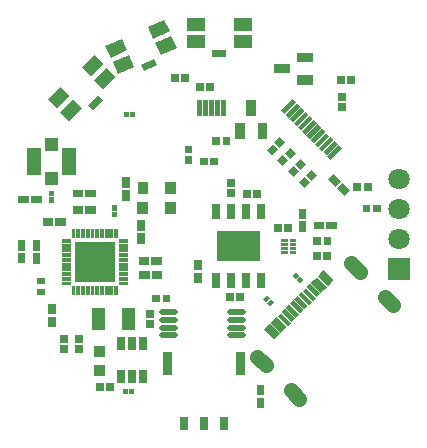
<source format=gbs>
G04 Layer: BottomSolderMaskLayer*
G04 EasyEDA v6.5.5, 2022-05-23 17:46:57*
G04 b170b76dcbfd4e769ccdd405e25ecab7,c17a8ced473b4d519dda31697e0e54b6,10*
G04 Gerber Generator version 0.2*
G04 Scale: 100 percent, Rotated: No, Reflected: No *
G04 Dimensions in inches *
G04 leading zeros omitted , absolute positions ,3 integer and 6 decimal *
%FSLAX36Y36*%
%MOIN*%

%ADD87C,0.0512*%
%ADD95C,0.0709*%
%ADD109C,0.0197*%

%LPD*%
D109*
X79997Y-191970D02*
G01*
X123303Y-191970D01*
X79997Y-166370D02*
G01*
X123303Y-166370D01*
X79997Y-140770D02*
G01*
X123303Y-140770D01*
X79997Y-115170D02*
G01*
X123303Y-115170D01*
X308335Y-191970D02*
G01*
X351643Y-191970D01*
X308335Y-166370D02*
G01*
X351643Y-166370D01*
X308335Y-140770D02*
G01*
X351643Y-140770D01*
X308335Y-115170D02*
G01*
X351643Y-115170D01*
D87*
X711791Y48558D02*
G01*
X739629Y20720D01*
X823140Y-62801D02*
G01*
X850978Y-90639D01*
X398881Y-264341D02*
G01*
X426719Y-292179D01*
X510240Y-375701D02*
G01*
X538078Y-403539D01*
G36*
X420Y280729D02*
G01*
X420Y320129D01*
X35820Y320129D01*
X35820Y280729D01*
G37*
G36*
X91719Y278829D02*
G01*
X91719Y318229D01*
X127120Y318229D01*
X127120Y278829D01*
G37*
G36*
X92520Y212429D02*
G01*
X92520Y251829D01*
X127920Y251829D01*
X127920Y212429D01*
G37*
G36*
X-1080Y212129D02*
G01*
X-1080Y251529D01*
X34319Y251529D01*
X34319Y212129D01*
G37*
G36*
X490119Y546729D02*
G01*
X478919Y557829D01*
X516520Y595429D01*
X527719Y584229D01*
G37*
G36*
X504020Y532729D02*
G01*
X492920Y543929D01*
X530420Y581529D01*
X541620Y570329D01*
G37*
G36*
X517920Y518829D02*
G01*
X506819Y530029D01*
X544420Y567529D01*
X555519Y556429D01*
G37*
G36*
X531819Y504929D02*
G01*
X520720Y516029D01*
X558320Y553629D01*
X569420Y542529D01*
G37*
G36*
X545820Y491029D02*
G01*
X534620Y502129D01*
X572219Y539729D01*
X583320Y528629D01*
G37*
G36*
X559719Y477129D02*
G01*
X548519Y488229D01*
X586120Y525829D01*
X597319Y514629D01*
G37*
G36*
X573620Y463129D02*
G01*
X562520Y474329D01*
X600020Y511929D01*
X611220Y500729D01*
G37*
G36*
X587520Y449229D02*
G01*
X576419Y460429D01*
X614020Y497929D01*
X625119Y486829D01*
G37*
G36*
X601419Y435329D02*
G01*
X590320Y446429D01*
X627920Y484029D01*
X639020Y472929D01*
G37*
G36*
X615420Y421429D02*
G01*
X604219Y432529D01*
X641819Y470129D01*
X652920Y459029D01*
G37*
G36*
X629319Y407529D02*
G01*
X618119Y418629D01*
X655720Y456229D01*
X666920Y445029D01*
G37*
G36*
X643220Y393529D02*
G01*
X632120Y404729D01*
X669620Y442329D01*
X680820Y431129D01*
G37*
G36*
X279120Y538529D02*
G01*
X279120Y593729D01*
X294920Y593729D01*
X294920Y538529D01*
G37*
G36*
X259120Y538529D02*
G01*
X259120Y593729D01*
X274920Y593729D01*
X274920Y538529D01*
G37*
G36*
X239120Y538529D02*
G01*
X239120Y593729D01*
X254920Y593729D01*
X254920Y538529D01*
G37*
G36*
X219120Y538529D02*
G01*
X219120Y593729D01*
X234920Y593729D01*
X234920Y538529D01*
G37*
G36*
X199120Y538529D02*
G01*
X199120Y593729D01*
X214920Y593729D01*
X214920Y538529D01*
G37*
G36*
X-208479Y-216970D02*
G01*
X-208479Y-190670D01*
X-183280Y-190670D01*
X-183280Y-216970D01*
G37*
G36*
X-208479Y-251070D02*
G01*
X-208479Y-224770D01*
X-183280Y-224770D01*
X-183280Y-251070D01*
G37*
G36*
X-258280Y-250070D02*
G01*
X-258280Y-223770D01*
X-233079Y-223770D01*
X-233079Y-250070D01*
G37*
G36*
X-258280Y-215970D02*
G01*
X-258280Y-189670D01*
X-233079Y-189670D01*
X-233079Y-215970D01*
G37*
G36*
X541620Y-18370D02*
G01*
X530320Y-7070D01*
X542219Y4729D01*
X553519Y-6570D01*
G37*
G36*
X528220Y-4970D02*
G01*
X516920Y6329D01*
X528720Y18229D01*
X540020Y6929D01*
G37*
G36*
X428720Y-82070D02*
G01*
X417420Y-70770D01*
X429219Y-58870D01*
X440519Y-70170D01*
G37*
G36*
X442120Y-95470D02*
G01*
X430820Y-84170D01*
X442719Y-72370D01*
X454020Y-83670D01*
G37*
G36*
X140320Y-506270D02*
G01*
X140320Y-462870D01*
X167920Y-462870D01*
X167920Y-506270D01*
G37*
G36*
X207219Y-506270D02*
G01*
X207219Y-462870D01*
X234819Y-462870D01*
X234819Y-506270D01*
G37*
G36*
X274120Y-506270D02*
G01*
X274120Y-462870D01*
X301719Y-462870D01*
X301719Y-506270D01*
G37*
G36*
X84219Y-323170D02*
G01*
X84219Y-248270D01*
X115720Y-248270D01*
X115720Y-323170D01*
G37*
G36*
X326319Y-323170D02*
G01*
X326319Y-248270D01*
X357820Y-248270D01*
X357820Y-323170D01*
G37*
G36*
X27520Y-167670D02*
G01*
X27520Y-141370D01*
X52719Y-141370D01*
X52719Y-167670D01*
G37*
G36*
X27520Y-133570D02*
G01*
X27520Y-107370D01*
X52719Y-107370D01*
X52719Y-133570D01*
G37*
G36*
X-154080Y-173270D02*
G01*
X-154080Y-102270D01*
X-108680Y-102270D01*
X-108680Y-173270D01*
G37*
G36*
X-53680Y-173270D02*
G01*
X-53680Y-102270D01*
X-8280Y-102270D01*
X-8280Y-173270D01*
G37*
G36*
X619319Y-41070D02*
G01*
X585919Y-7670D01*
X597020Y3529D01*
X630519Y-29970D01*
G37*
G36*
X611019Y-49470D02*
G01*
X577520Y-15970D01*
X588720Y-4870D01*
X622120Y-38270D01*
G37*
G36*
X597020Y-63370D02*
G01*
X563620Y-29970D01*
X574819Y-18770D01*
X608220Y-52170D01*
G37*
G36*
X583119Y-77270D02*
G01*
X549719Y-43870D01*
X560919Y-32670D01*
X594319Y-66070D01*
G37*
G36*
X569219Y-91170D02*
G01*
X535820Y-57770D01*
X547020Y-46570D01*
X580420Y-79970D01*
G37*
G36*
X555320Y-105070D02*
G01*
X521920Y-71670D01*
X533019Y-60470D01*
X566520Y-93970D01*
G37*
G36*
X541419Y-119070D02*
G01*
X507920Y-85570D01*
X519120Y-74470D01*
X552619Y-107870D01*
G37*
G36*
X527520Y-132970D02*
G01*
X494020Y-99570D01*
X505219Y-88370D01*
X538620Y-121770D01*
G37*
G36*
X513519Y-146870D02*
G01*
X480119Y-113470D01*
X491319Y-102270D01*
X524719Y-135770D01*
G37*
G36*
X499620Y-160870D02*
G01*
X466220Y-127370D01*
X477319Y-116170D01*
X510820Y-149670D01*
G37*
G36*
X485720Y-174770D02*
G01*
X452219Y-141270D01*
X463519Y-130070D01*
X496920Y-163470D01*
G37*
G36*
X477319Y-183070D02*
G01*
X443919Y-149670D01*
X455119Y-138470D01*
X488519Y-171970D01*
G37*
G36*
X633220Y-27170D02*
G01*
X599819Y6229D01*
X611019Y17429D01*
X644420Y-15970D01*
G37*
G36*
X641620Y-18870D02*
G01*
X608119Y14629D01*
X619319Y25729D01*
X652820Y-7670D01*
G37*
G36*
X463519Y-196970D02*
G01*
X430020Y-163470D01*
X441220Y-152370D01*
X474620Y-185770D01*
G37*
G36*
X455020Y-205370D02*
G01*
X421620Y-171970D01*
X432820Y-160670D01*
X466319Y-194170D01*
G37*
G36*
X327719Y-76970D02*
G01*
X327719Y-51670D01*
X354020Y-51670D01*
X354020Y-76970D01*
G37*
G36*
X293620Y-76970D02*
G01*
X293620Y-51670D01*
X319920Y-51670D01*
X319920Y-76970D01*
G37*
G36*
X-1180Y113529D02*
G01*
X-1180Y148629D01*
X24020Y148629D01*
X24020Y113529D01*
G37*
G36*
X-1180Y156429D02*
G01*
X-1180Y191529D01*
X24020Y191529D01*
X24020Y156429D01*
G37*
G36*
X399819Y461629D02*
G01*
X399819Y514829D01*
X431419Y514829D01*
X431419Y461629D01*
G37*
G36*
X325020Y461629D02*
G01*
X325020Y514829D01*
X356620Y514829D01*
X356620Y461629D01*
G37*
G36*
X362420Y540429D02*
G01*
X362420Y593629D01*
X394020Y593629D01*
X394020Y540429D01*
G37*
G36*
X156620Y414229D02*
G01*
X156620Y440529D01*
X181819Y440529D01*
X181819Y414229D01*
G37*
G36*
X156620Y380129D02*
G01*
X156620Y406429D01*
X181819Y406429D01*
X181819Y380129D01*
G37*
G36*
X206819Y374529D02*
G01*
X206819Y399729D01*
X233119Y399729D01*
X233119Y374529D01*
G37*
G36*
X240919Y374529D02*
G01*
X240919Y399729D01*
X267219Y399729D01*
X267219Y374529D01*
G37*
G36*
X554920Y299929D02*
G01*
X537319Y318029D01*
X556220Y336329D01*
X573819Y318129D01*
G37*
G36*
X579420Y323529D02*
G01*
X561819Y341729D01*
X580720Y359929D01*
X598320Y341829D01*
G37*
G36*
X-28479Y-387770D02*
G01*
X-28479Y-371070D01*
X-12479Y-371070D01*
X-12479Y-387770D01*
G37*
G36*
X-47479Y-387770D02*
G01*
X-47479Y-371070D01*
X-31580Y-371070D01*
X-31580Y-387770D01*
G37*
G36*
X658819Y303429D02*
G01*
X635320Y329529D01*
X654120Y346429D01*
X677619Y320329D01*
G37*
G36*
X687520Y271529D02*
G01*
X664020Y297629D01*
X682820Y314529D01*
X706319Y288429D01*
G37*
G36*
X187619Y-18170D02*
G01*
X187619Y16929D01*
X212820Y16929D01*
X212820Y-18170D01*
G37*
G36*
X187619Y24729D02*
G01*
X187619Y59829D01*
X212820Y59829D01*
X212820Y24729D01*
G37*
G36*
X-217079Y214129D02*
G01*
X-217079Y239329D01*
X-181980Y239329D01*
X-181980Y214129D01*
G37*
G36*
X-174179Y214129D02*
G01*
X-174179Y239329D01*
X-139080Y239329D01*
X-139080Y214129D01*
G37*
G36*
X-317079Y174129D02*
G01*
X-317079Y199329D01*
X-281980Y199329D01*
X-281980Y174129D01*
G37*
G36*
X-274179Y174129D02*
G01*
X-274179Y199329D01*
X-239080Y199329D01*
X-239080Y174129D01*
G37*
G36*
X-349380Y90329D02*
G01*
X-349380Y125429D01*
X-324179Y125429D01*
X-324179Y90329D01*
G37*
G36*
X-349380Y47429D02*
G01*
X-349380Y82529D01*
X-324179Y82529D01*
X-324179Y47429D01*
G37*
G36*
X-51279Y256329D02*
G01*
X-51279Y291429D01*
X-26080Y291429D01*
X-26080Y256329D01*
G37*
G36*
X-51279Y299229D02*
G01*
X-51279Y334329D01*
X-26080Y334329D01*
X-26080Y299229D01*
G37*
G36*
X-298180Y-121370D02*
G01*
X-298180Y-86270D01*
X-272979Y-86270D01*
X-272979Y-121370D01*
G37*
G36*
X-298180Y-164270D02*
G01*
X-298180Y-129170D01*
X-272979Y-129170D01*
X-272979Y-164270D01*
G37*
G36*
X395919Y-391370D02*
G01*
X395919Y-356270D01*
X421120Y-356270D01*
X421120Y-391370D01*
G37*
G36*
X395919Y-434270D02*
G01*
X395919Y-399170D01*
X421120Y-399170D01*
X421120Y-434270D01*
G37*
G36*
X2920Y44129D02*
G01*
X2920Y69329D01*
X38019Y69329D01*
X38019Y44129D01*
G37*
G36*
X45820Y44129D02*
G01*
X45820Y69329D01*
X80919Y69329D01*
X80919Y44129D01*
G37*
G36*
X4319Y-4170D02*
G01*
X4319Y21029D01*
X39420Y21029D01*
X39420Y-4170D01*
G37*
G36*
X47219Y-4170D02*
G01*
X47219Y21029D01*
X82319Y21029D01*
X82319Y-4170D01*
G37*
G36*
X-85579Y202029D02*
G01*
X-85579Y220529D01*
X-68779Y220529D01*
X-68779Y202029D01*
G37*
G36*
X-85579Y223629D02*
G01*
X-85579Y242129D01*
X-68779Y242129D01*
X-68779Y223629D01*
G37*
G36*
X-105079Y-377270D02*
G01*
X-105079Y-351970D01*
X-78779Y-351970D01*
X-78779Y-377270D01*
G37*
G36*
X-139179Y-377270D02*
G01*
X-139179Y-351970D01*
X-112879Y-351970D01*
X-112879Y-377270D01*
G37*
G36*
X-335879Y-55870D02*
G01*
X-335879Y-36070D01*
X-310280Y-36070D01*
X-310280Y-55870D01*
G37*
G36*
X-335879Y-20470D02*
G01*
X-335879Y-670D01*
X-310280Y-670D01*
X-310280Y-20470D01*
G37*
G36*
X-144880Y-263570D02*
G01*
X-144880Y-228070D01*
X-109380Y-228070D01*
X-109380Y-263570D01*
G37*
G36*
X-145180Y-326470D02*
G01*
X-145180Y-290970D01*
X-109679Y-290970D01*
X-109679Y-326470D01*
G37*
G36*
X298819Y302929D02*
G01*
X298819Y329229D01*
X324020Y329229D01*
X324020Y302929D01*
G37*
G36*
X298819Y268829D02*
G01*
X298819Y295129D01*
X324020Y295129D01*
X324020Y268829D01*
G37*
G36*
X384319Y265829D02*
G01*
X384319Y291029D01*
X410619Y291029D01*
X410619Y265829D01*
G37*
G36*
X350219Y265829D02*
G01*
X350219Y291029D01*
X376520Y291029D01*
X376520Y265829D01*
G37*
G36*
X749420Y218129D02*
G01*
X749420Y243429D01*
X775720Y243429D01*
X775720Y218129D01*
G37*
G36*
X783519Y218129D02*
G01*
X783519Y243429D01*
X809819Y243429D01*
X809819Y218129D01*
G37*
G36*
X-252680Y341429D02*
G01*
X-252680Y432029D01*
X-205379Y432029D01*
X-205379Y341429D01*
G37*
G36*
X-310780Y421129D02*
G01*
X-310780Y464529D01*
X-265379Y464529D01*
X-265379Y421129D01*
G37*
G36*
X-370780Y341429D02*
G01*
X-370780Y432029D01*
X-323479Y432029D01*
X-323479Y341429D01*
G37*
G36*
X-310780Y308929D02*
G01*
X-310780Y352329D01*
X-265379Y352329D01*
X-265379Y308929D01*
G37*
G36*
X-63379Y116229D02*
G01*
X-63379Y129029D01*
X-33180Y129029D01*
X-33180Y116229D01*
G37*
G36*
X-63379Y100429D02*
G01*
X-63379Y113229D01*
X-33180Y113229D01*
X-33180Y100429D01*
G37*
G36*
X-63379Y84729D02*
G01*
X-63379Y97529D01*
X-33180Y97529D01*
X-33180Y84729D01*
G37*
G36*
X-63379Y68929D02*
G01*
X-63379Y81729D01*
X-33180Y81729D01*
X-33180Y68929D01*
G37*
G36*
X-63379Y53229D02*
G01*
X-63379Y66029D01*
X-33180Y66029D01*
X-33180Y53229D01*
G37*
G36*
X-63379Y37429D02*
G01*
X-63379Y50229D01*
X-33180Y50229D01*
X-33180Y37429D01*
G37*
G36*
X-63379Y21729D02*
G01*
X-63379Y34529D01*
X-33180Y34529D01*
X-33180Y21729D01*
G37*
G36*
X-63379Y5929D02*
G01*
X-63379Y18729D01*
X-33180Y18729D01*
X-33180Y5929D01*
G37*
G36*
X-63379Y-9770D02*
G01*
X-63379Y3029D01*
X-33180Y3029D01*
X-33180Y-9770D01*
G37*
G36*
X-63379Y-25570D02*
G01*
X-63379Y-12770D01*
X-33180Y-12770D01*
X-33180Y-25570D01*
G37*
G36*
X-78580Y-58170D02*
G01*
X-78580Y-27970D01*
X-65780Y-27970D01*
X-65780Y-58170D01*
G37*
G36*
X-94380Y-58170D02*
G01*
X-94380Y-27970D01*
X-81580Y-27970D01*
X-81580Y-58170D01*
G37*
G36*
X-110079Y-58170D02*
G01*
X-110079Y-27970D01*
X-97280Y-27970D01*
X-97280Y-58170D01*
G37*
G36*
X-125879Y-58170D02*
G01*
X-125879Y-27970D01*
X-113079Y-27970D01*
X-113079Y-58170D01*
G37*
G36*
X-141580Y-58170D02*
G01*
X-141580Y-27970D01*
X-128779Y-27970D01*
X-128779Y-58170D01*
G37*
G36*
X-157380Y-58170D02*
G01*
X-157380Y-27970D01*
X-144579Y-27970D01*
X-144579Y-58170D01*
G37*
G36*
X-173079Y-58170D02*
G01*
X-173079Y-27970D01*
X-160280Y-27970D01*
X-160280Y-58170D01*
G37*
G36*
X-188879Y-58170D02*
G01*
X-188879Y-27970D01*
X-176080Y-27970D01*
X-176080Y-58170D01*
G37*
G36*
X-204579Y-58170D02*
G01*
X-204579Y-27970D01*
X-191779Y-27970D01*
X-191779Y-58170D01*
G37*
G36*
X-220379Y-58170D02*
G01*
X-220379Y-27970D01*
X-207579Y-27970D01*
X-207579Y-58170D01*
G37*
G36*
X-252979Y-25570D02*
G01*
X-252979Y-12770D01*
X-222780Y-12770D01*
X-222780Y-25570D01*
G37*
G36*
X-252979Y-9770D02*
G01*
X-252979Y3029D01*
X-222780Y3029D01*
X-222780Y-9770D01*
G37*
G36*
X-252979Y5929D02*
G01*
X-252979Y18729D01*
X-222780Y18729D01*
X-222780Y5929D01*
G37*
G36*
X-252979Y21729D02*
G01*
X-252979Y34529D01*
X-222780Y34529D01*
X-222780Y21729D01*
G37*
G36*
X-252979Y37429D02*
G01*
X-252979Y50229D01*
X-222780Y50229D01*
X-222780Y37429D01*
G37*
G36*
X-252979Y53229D02*
G01*
X-252979Y66029D01*
X-222780Y66029D01*
X-222780Y53229D01*
G37*
G36*
X-252979Y68929D02*
G01*
X-252979Y81729D01*
X-222780Y81729D01*
X-222780Y68929D01*
G37*
G36*
X-252979Y84729D02*
G01*
X-252979Y97529D01*
X-222780Y97529D01*
X-222780Y84729D01*
G37*
G36*
X-252979Y100429D02*
G01*
X-252979Y113229D01*
X-222780Y113229D01*
X-222780Y100429D01*
G37*
G36*
X-252979Y116229D02*
G01*
X-252979Y129029D01*
X-222780Y129029D01*
X-222780Y116229D01*
G37*
G36*
X-220379Y131429D02*
G01*
X-220379Y161629D01*
X-207579Y161629D01*
X-207579Y131429D01*
G37*
G36*
X-204579Y131429D02*
G01*
X-204579Y161629D01*
X-191779Y161629D01*
X-191779Y131429D01*
G37*
G36*
X-188879Y131429D02*
G01*
X-188879Y161629D01*
X-176080Y161629D01*
X-176080Y131429D01*
G37*
G36*
X-173079Y131429D02*
G01*
X-173079Y161629D01*
X-160280Y161629D01*
X-160280Y131429D01*
G37*
G36*
X-157380Y131429D02*
G01*
X-157380Y161629D01*
X-144579Y161629D01*
X-144579Y131429D01*
G37*
G36*
X-141580Y131429D02*
G01*
X-141580Y161629D01*
X-128779Y161629D01*
X-128779Y131429D01*
G37*
G36*
X-125879Y131429D02*
G01*
X-125879Y161629D01*
X-113079Y161629D01*
X-113079Y131429D01*
G37*
G36*
X-110079Y131429D02*
G01*
X-110079Y161629D01*
X-97280Y161629D01*
X-97280Y131429D01*
G37*
G36*
X-94380Y131429D02*
G01*
X-94380Y161629D01*
X-81580Y161629D01*
X-81580Y131429D01*
G37*
G36*
X-78580Y131429D02*
G01*
X-78580Y161629D01*
X-65780Y161629D01*
X-65780Y131429D01*
G37*
G36*
X-210579Y-15770D02*
G01*
X-210579Y119229D01*
X-75579Y119229D01*
X-75579Y-15770D01*
G37*
G36*
X5820Y-241570D02*
G01*
X5820Y-198170D01*
X31419Y-198170D01*
X31419Y-241570D01*
G37*
G36*
X-31580Y-241570D02*
G01*
X-31580Y-198170D01*
X-5979Y-198170D01*
X-5979Y-241570D01*
G37*
G36*
X-68980Y-241570D02*
G01*
X-68980Y-198170D01*
X-43379Y-198170D01*
X-43379Y-241570D01*
G37*
G36*
X-68980Y-351770D02*
G01*
X-68980Y-308370D01*
X-43379Y-308370D01*
X-43379Y-351770D01*
G37*
G36*
X-31580Y-351770D02*
G01*
X-31580Y-308370D01*
X-5979Y-308370D01*
X-5979Y-351770D01*
G37*
G36*
X5820Y-351770D02*
G01*
X5820Y-308370D01*
X31419Y-308370D01*
X31419Y-351770D01*
G37*
G36*
X-217079Y268029D02*
G01*
X-217079Y293329D01*
X-181980Y293329D01*
X-181980Y268029D01*
G37*
G36*
X-174179Y268029D02*
G01*
X-174179Y293329D01*
X-139080Y293329D01*
X-139080Y268029D01*
G37*
G36*
X-399579Y90629D02*
G01*
X-399579Y125729D01*
X-374380Y125729D01*
X-374380Y90629D01*
G37*
G36*
X-399579Y47729D02*
G01*
X-399579Y82829D01*
X-374380Y82829D01*
X-374380Y47729D01*
G37*
G36*
X-296480Y272229D02*
G01*
X-296480Y290729D01*
X-279679Y290729D01*
X-279679Y272229D01*
G37*
G36*
X-296480Y250729D02*
G01*
X-296480Y269229D01*
X-279679Y269229D01*
X-279679Y250729D01*
G37*
G36*
X246620Y194929D02*
G01*
X246620Y246129D01*
X274219Y246129D01*
X274219Y194929D01*
G37*
G36*
X296620Y194929D02*
G01*
X296620Y246129D01*
X324219Y246129D01*
X324219Y194929D01*
G37*
G36*
X346620Y194929D02*
G01*
X346620Y246129D01*
X374219Y246129D01*
X374219Y194929D01*
G37*
G36*
X396620Y194929D02*
G01*
X396620Y246129D01*
X424219Y246129D01*
X424219Y194929D01*
G37*
G36*
X396620Y-34070D02*
G01*
X396620Y17129D01*
X424219Y17129D01*
X424219Y-34070D01*
G37*
G36*
X346620Y-34070D02*
G01*
X346620Y17129D01*
X374219Y17129D01*
X374219Y-34070D01*
G37*
G36*
X296620Y-34070D02*
G01*
X296620Y17129D01*
X324219Y17129D01*
X324219Y-34070D01*
G37*
G36*
X246620Y-34070D02*
G01*
X246620Y17129D01*
X274219Y17129D01*
X274219Y-34070D01*
G37*
G36*
X264520Y54829D02*
G01*
X264520Y157229D01*
X406319Y157229D01*
X406319Y54829D01*
G37*
G36*
X473019Y432929D02*
G01*
X455420Y451129D01*
X474319Y469329D01*
X491920Y451229D01*
G37*
G36*
X448519Y409329D02*
G01*
X430919Y427429D01*
X449819Y445729D01*
X467420Y427529D01*
G37*
G36*
X-397579Y247829D02*
G01*
X-397579Y273129D01*
X-362479Y273129D01*
X-362479Y247829D01*
G37*
G36*
X-354679Y247829D02*
G01*
X-354679Y273129D01*
X-319579Y273129D01*
X-319579Y247829D01*
G37*
G36*
X543320Y360429D02*
G01*
X525720Y378629D01*
X544620Y396829D01*
X562219Y378729D01*
G37*
G36*
X518819Y336829D02*
G01*
X501220Y354929D01*
X520119Y373229D01*
X537719Y355029D01*
G37*
G36*
X507920Y396729D02*
G01*
X490320Y414929D01*
X509219Y433129D01*
X526819Y415029D01*
G37*
G36*
X483419Y373129D02*
G01*
X465820Y391229D01*
X484719Y409529D01*
X502319Y391329D01*
G37*
G36*
X282820Y443329D02*
G01*
X282820Y468629D01*
X309120Y468629D01*
X309120Y443329D01*
G37*
G36*
X248720Y443329D02*
G01*
X248720Y468629D01*
X275020Y468629D01*
X275020Y443329D01*
G37*
G36*
X-65979Y679629D02*
G01*
X-83680Y719229D01*
X-29679Y743329D01*
X-11980Y703729D01*
G37*
G36*
X76019Y742929D02*
G01*
X58419Y782529D01*
X112420Y806529D01*
X130020Y766929D01*
G37*
G36*
X21620Y688529D02*
G01*
X12020Y710129D01*
X55219Y729329D01*
X64819Y707729D01*
G37*
G36*
X52020Y796829D02*
G01*
X34420Y836429D01*
X88419Y860529D01*
X106019Y820929D01*
G37*
G36*
X-90079Y733629D02*
G01*
X-107680Y773229D01*
X-53680Y797229D01*
X-35979Y757629D01*
G37*
G36*
X110320Y653629D02*
G01*
X110320Y678929D01*
X136620Y678929D01*
X136620Y653629D01*
G37*
G36*
X144420Y653629D02*
G01*
X144420Y678929D01*
X170720Y678929D01*
X170720Y653629D01*
G37*
G36*
X164819Y764229D02*
G01*
X164819Y807529D01*
X223919Y807529D01*
X223919Y764229D01*
G37*
G36*
X320320Y764229D02*
G01*
X320320Y807529D01*
X379420Y807529D01*
X379420Y764229D01*
G37*
G36*
X248419Y736629D02*
G01*
X248419Y760329D01*
X295720Y760329D01*
X295720Y736629D01*
G37*
G36*
X320320Y823229D02*
G01*
X320320Y866629D01*
X379420Y866629D01*
X379420Y823229D01*
G37*
G36*
X164819Y823229D02*
G01*
X164819Y866629D01*
X223919Y866629D01*
X223919Y823229D01*
G37*
G36*
X-229780Y522229D02*
G01*
X-259380Y553929D01*
X-216180Y594229D01*
X-186580Y562529D01*
G37*
G36*
X-116080Y628329D02*
G01*
X-145680Y660029D01*
X-102380Y700329D01*
X-72879Y668629D01*
G37*
G36*
X-149880Y559129D02*
G01*
X-165979Y576429D01*
X-131379Y608729D01*
X-115280Y591429D01*
G37*
G36*
X-156379Y671529D02*
G01*
X-185979Y703229D01*
X-142680Y743529D01*
X-113079Y711829D01*
G37*
G36*
X-270079Y565429D02*
G01*
X-299679Y597129D01*
X-256379Y637429D01*
X-226880Y605729D01*
G37*
G36*
X586120Y161729D02*
G01*
X586120Y187029D01*
X621220Y187029D01*
X621220Y161729D01*
G37*
G36*
X629020Y161729D02*
G01*
X629020Y187029D01*
X664120Y187029D01*
X664120Y161729D01*
G37*
G36*
X536419Y195529D02*
G01*
X536419Y230629D01*
X561620Y230629D01*
X561620Y195529D01*
G37*
G36*
X536419Y152629D02*
G01*
X536419Y187729D01*
X561620Y187729D01*
X561620Y152629D01*
G37*
G36*
X585119Y110529D02*
G01*
X585119Y135829D01*
X611419Y135829D01*
X611419Y110529D01*
G37*
G36*
X619219Y110529D02*
G01*
X619219Y135829D01*
X645519Y135829D01*
X645519Y110529D01*
G37*
G36*
X618019Y60029D02*
G01*
X618019Y85329D01*
X644319Y85329D01*
X644319Y60029D01*
G37*
G36*
X583919Y60029D02*
G01*
X583919Y85329D01*
X610219Y85329D01*
X610219Y60029D01*
G37*
G36*
X-25180Y536929D02*
G01*
X-25180Y553629D01*
X-9179Y553629D01*
X-9179Y536929D01*
G37*
G36*
X-44179Y536929D02*
G01*
X-44179Y553629D01*
X-28280Y553629D01*
X-28280Y536929D01*
G37*
G36*
X453519Y153729D02*
G01*
X453519Y179029D01*
X479819Y179029D01*
X479819Y153729D01*
G37*
G36*
X487619Y153729D02*
G01*
X487619Y179029D01*
X513919Y179029D01*
X513919Y153729D01*
G37*
G36*
X506019Y119629D02*
G01*
X506019Y129529D01*
X527719Y129529D01*
X527719Y119629D01*
G37*
G36*
X506019Y105829D02*
G01*
X506019Y115729D01*
X527719Y115729D01*
X527719Y105829D01*
G37*
G36*
X506019Y92129D02*
G01*
X506019Y102029D01*
X527719Y102029D01*
X527719Y92129D01*
G37*
G36*
X506019Y78329D02*
G01*
X506019Y88229D01*
X527719Y88229D01*
X527719Y78329D01*
G37*
G36*
X478519Y78329D02*
G01*
X478519Y88229D01*
X500219Y88229D01*
X500219Y78329D01*
G37*
G36*
X478519Y92129D02*
G01*
X478519Y102029D01*
X500219Y102029D01*
X500219Y92129D01*
G37*
G36*
X478519Y105829D02*
G01*
X478519Y115729D01*
X500219Y115729D01*
X500219Y105829D01*
G37*
G36*
X478519Y119629D02*
G01*
X478519Y129529D01*
X500219Y129529D01*
X500219Y119629D01*
G37*
G36*
X48519Y-81970D02*
G01*
X48519Y-56670D01*
X74819Y-56670D01*
X74819Y-81970D01*
G37*
G36*
X82619Y-81970D02*
G01*
X82619Y-56670D01*
X108919Y-56670D01*
X108919Y-81970D01*
G37*
G36*
X193119Y623529D02*
G01*
X193119Y648829D01*
X219420Y648829D01*
X219420Y623529D01*
G37*
G36*
X227219Y623529D02*
G01*
X227219Y648829D01*
X253519Y648829D01*
X253519Y623529D01*
G37*
G36*
X718819Y289229D02*
G01*
X718819Y314529D01*
X745119Y314529D01*
X745119Y289229D01*
G37*
G36*
X752920Y289229D02*
G01*
X752920Y314529D01*
X779219Y314529D01*
X779219Y289229D01*
G37*
G36*
X532520Y718929D02*
G01*
X532520Y750429D01*
X585820Y750429D01*
X585820Y718929D01*
G37*
G36*
X532520Y644129D02*
G01*
X532520Y675629D01*
X585820Y675629D01*
X585820Y644129D01*
G37*
G36*
X453819Y681529D02*
G01*
X453819Y713029D01*
X507020Y713029D01*
X507020Y681529D01*
G37*
G36*
X668720Y589329D02*
G01*
X668720Y615529D01*
X693919Y615529D01*
X693919Y589329D01*
G37*
G36*
X668720Y555229D02*
G01*
X668720Y581529D01*
X693919Y581529D01*
X693919Y555229D01*
G37*
G36*
X698019Y647229D02*
G01*
X698019Y672529D01*
X724319Y672529D01*
X724319Y647229D01*
G37*
G36*
X663919Y647229D02*
G01*
X663919Y672529D01*
X690219Y672529D01*
X690219Y647229D01*
G37*
G36*
X835119Y-6070D02*
G01*
X835119Y64929D01*
X906120Y64929D01*
X906120Y-6070D01*
G37*
D95*
G01*
X870619Y129429D03*
G01*
X870619Y229429D03*
G01*
X870619Y329429D03*
M02*

</source>
